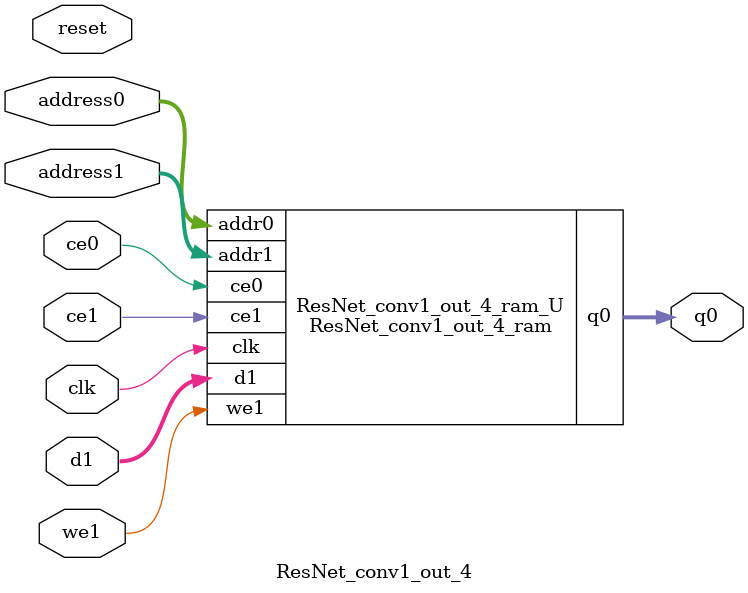
<source format=v>
`timescale 1 ns / 1 ps
module ResNet_conv1_out_4_ram (addr0, ce0, q0, addr1, ce1, d1, we1,  clk);

parameter DWIDTH = 12;
parameter AWIDTH = 10;
parameter MEM_SIZE = 1024;

input[AWIDTH-1:0] addr0;
input ce0;
output reg[DWIDTH-1:0] q0;
input[AWIDTH-1:0] addr1;
input ce1;
input[DWIDTH-1:0] d1;
input we1;
input clk;

(* ram_style = "block" *)reg [DWIDTH-1:0] ram[0:MEM_SIZE-1];




always @(posedge clk)  
begin 
    if (ce0) begin
        q0 <= ram[addr0];
    end
end


always @(posedge clk)  
begin 
    if (ce1) begin
        if (we1) 
            ram[addr1] <= d1; 
    end
end


endmodule

`timescale 1 ns / 1 ps
module ResNet_conv1_out_4(
    reset,
    clk,
    address0,
    ce0,
    q0,
    address1,
    ce1,
    we1,
    d1);

parameter DataWidth = 32'd12;
parameter AddressRange = 32'd1024;
parameter AddressWidth = 32'd10;
input reset;
input clk;
input[AddressWidth - 1:0] address0;
input ce0;
output[DataWidth - 1:0] q0;
input[AddressWidth - 1:0] address1;
input ce1;
input we1;
input[DataWidth - 1:0] d1;



ResNet_conv1_out_4_ram ResNet_conv1_out_4_ram_U(
    .clk( clk ),
    .addr0( address0 ),
    .ce0( ce0 ),
    .q0( q0 ),
    .addr1( address1 ),
    .ce1( ce1 ),
    .we1( we1 ),
    .d1( d1 ));

endmodule


</source>
